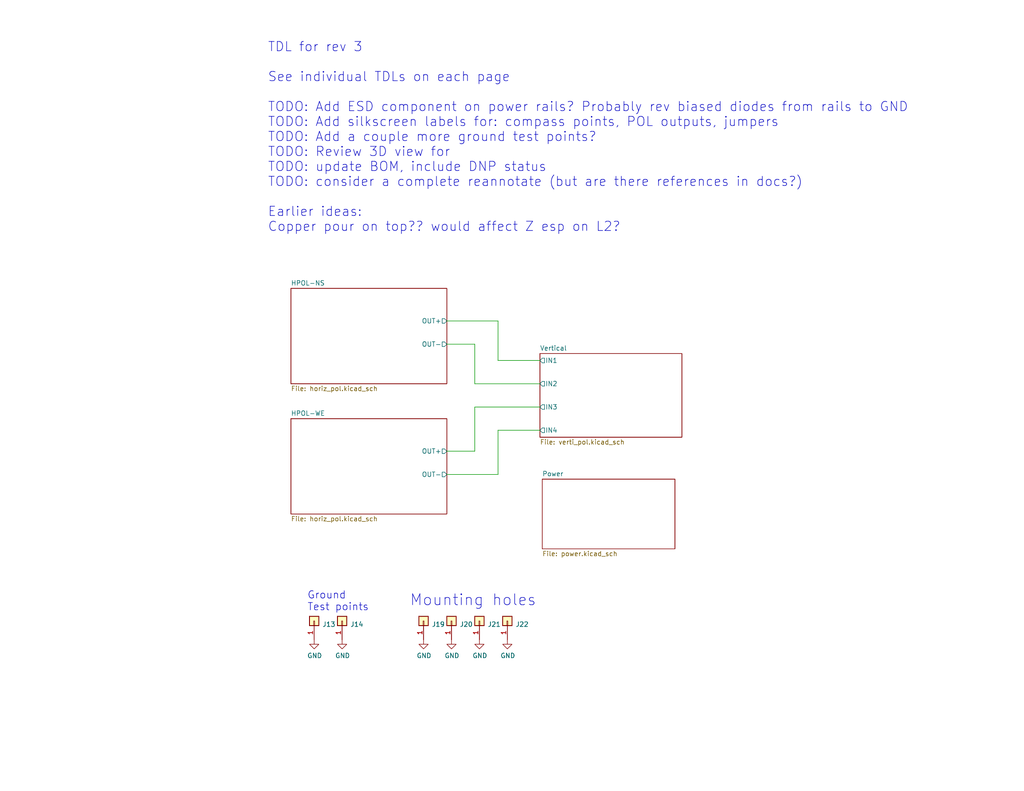
<source format=kicad_sch>
(kicad_sch (version 20230121) (generator eeschema)
  (paper "A")
  (title_block (title "ALBATROS low frequency front end") (date "2023-12-18") (rev "2 as modified") (company "McGill Radio Lab") (comment 1 "McGill University Physics") (comment 2 "Eamon Egan"))
  (lib_symbols
    (symbol "Connector_Generic:Conn_01x01" (pin_names (offset 1.016) hide)
      (property "Reference" "J" (at 0 2.54 0))
      (property "Value" "Conn_01x01" (at 0 -2.54 0))
      (symbol "Conn_01x01_1_1"
        (rectangle (start -1.27 0.127) (end 0 -0.127) (stroke (width 0.1524)))
        (rectangle (start -1.27 1.27) (end 1.27 -1.27) (stroke (width 0.254)) (fill (type background)))
        (pin passive line (at -5.08 0 0) (length 3.81) (name "Pin_1") (number "1"))
      )
    )
    (symbol "power:GND" (power) (pin_names (offset 0))
      (property "Value" "GND" (at 0 -3.81 0))
      (symbol "GND_0_1"
        (polyline (pts (xy 0 0) (xy 0 -1.27) (xy 1.27 -1.27) (xy 0 -2.54) (xy -1.27 -1.27) (xy 0 -1.27)))
      )
      (symbol "GND_1_1"
        (pin power_in line (at 0 0 270) (length 0) hide (name "GND") (number "1"))
      )
    )
  )
  (wire (pts (xy 121.92 93.98) (xy 129.54 93.98)))
  (wire (pts (xy 121.92 129.54) (xy 135.89 129.54)))
  (wire (pts (xy 129.54 93.98) (xy 129.54 104.775)))
  (wire (pts (xy 135.89 117.475) (xy 147.32 117.475)))
  (wire (pts (xy 135.89 98.425) (xy 147.32 98.425)))
  (wire (pts (xy 147.32 111.125) (xy 129.54 111.125)))
  (wire (pts (xy 135.89 87.63) (xy 135.89 98.425)))
  (wire (pts (xy 129.54 123.19) (xy 121.92 123.19)))
  (wire (pts (xy 135.89 129.54) (xy 135.89 117.475)))
  (wire (pts (xy 129.54 111.125) (xy 129.54 123.19)))
  (wire (pts (xy 121.92 87.63) (xy 135.89 87.63)))
  (wire (pts (xy 129.54 104.775) (xy 147.32 104.775)))
  (text "Mounting holes" (at 111.76 165.735 0) (effects (font (size 3 3)) (justify left bottom)))
  (text "TDL for rev 3\n\nSee individual TDLs on each page\n\nTODO: Add ESD component on power rails? Probably rev biased diodes from rails to GND\nTODO: Add silkscreen labels for: compass points, POL outputs, jumpers\nTODO: Add a couple more ground test points?\nTODO: Review 3D view for \nTODO: update BOM, include DNP status\nTODO: consider a complete reannotate (but are there references in docs?)\n\nEarlier ideas:\nCopper pour on top?? would affect Z esp on L2?\n" (at 73.025 63.5 0) (effects (font (size 2.54 2.54)) (justify left bottom)))
  (text "Ground\nTest points" (at 83.82 167.005 0) (effects (font (size 2 2)) (justify left bottom)))
  (symbol (lib_id "power:GND") (at 85.725 174.625 0) (unit 1)
    (property "Reference" "#PWR040" (effects hide))
    (property "Value" "GND" (at 85.852 179.0192 0))
  )
  (symbol (lib_id "Connector_Generic:Conn_01x01") (at 85.725 169.545 90) (unit 1)
    (property "Reference" "J13" (at 87.9602 170.4594 90) (effects (justify right)))
    (property "Value" "Conn_01x01" (effects hide))
    (property "Footprint" "Connector_PinHeader_2.54mm:PinHeader_1x01_P2.54mm_Vertical" (effects hide))
    (property "Flag" "THT" (effects hide))
  )
  (symbol (lib_id "Connector_Generic:Conn_01x01") (at 93.345 169.545 90) (unit 1)
    (property "Reference" "J14" (at 95.5802 170.4594 90) (effects (justify right)))
    (property "Value" "Conn_01x01" (effects hide))
    (property "Footprint" "Connector_PinHeader_2.54mm:PinHeader_1x01_P2.54mm_Vertical" (effects hide))
    (property "Flag" "THT" (effects hide))
  )
  (symbol (lib_id "power:GND") (at 93.345 174.625 0) (unit 1)
    (property "Reference" "#PWR041" (effects hide))
    (property "Value" "GND" (at 93.472 179.0192 0))
  )
  (symbol (lib_id "power:GND") (at 115.57 174.625 0) (unit 1)
    (property "Reference" "#PWR082" (effects hide))
    (property "Value" "GND" (at 115.697 179.0192 0))
  )
  (symbol (lib_id "Connector_Generic:Conn_01x01") (at 115.57 169.545 90) (unit 1) (in_bom no) (on_board no)
    (property "Reference" "J19" (at 117.8052 170.4594 90) (effects (justify right)))
    (property "Value" "Conn_01x01" (effects hide))
    (property "Footprint" "MountingHole:MountingHole_2.7mm_M2.5_Pad" (effects hide))
  )
  (symbol (lib_id "Connector_Generic:Conn_01x01") (at 123.19 169.545 90) (unit 1) (in_bom no) (on_board no)
    (property "Reference" "J20" (at 125.4252 170.4594 90) (effects (justify right)))
    (property "Value" "Conn_01x01" (effects hide))
    (property "Footprint" "MountingHole:MountingHole_2.7mm_M2.5_Pad" (effects hide))
  )
  (symbol (lib_id "power:GND") (at 123.19 174.625 0) (unit 1)
    (property "Reference" "#PWR083" (effects hide))
    (property "Value" "GND" (at 123.317 179.0192 0))
  )
  (symbol (lib_id "power:GND") (at 130.81 174.625 0) (unit 1)
    (property "Reference" "#PWR084" (effects hide))
    (property "Value" "GND" (at 130.937 179.0192 0))
  )
  (symbol (lib_id "Connector_Generic:Conn_01x01") (at 130.81 169.545 90) (unit 1) (in_bom no) (on_board no)
    (property "Reference" "J21" (at 133.0452 170.4594 90) (effects (justify right)))
    (property "Value" "Conn_01x01" (effects hide))
    (property "Footprint" "MountingHole:MountingHole_2.7mm_M2.5_Pad" (effects hide))
  )
  (symbol (lib_id "Connector_Generic:Conn_01x01") (at 138.43 169.545 90) (unit 1) (in_bom no) (on_board no)
    (property "Reference" "J22" (at 140.6652 170.4594 90) (effects (justify right)))
    (property "Value" "Conn_01x01" (effects hide))
    (property "Footprint" "MountingHole:MountingHole_2.7mm_M2.5_Pad" (effects hide))
  )
  (symbol (lib_id "power:GND") (at 138.43 174.625 0) (unit 1)
    (property "Reference" "#PWR085" (effects hide))
    (property "Value" "GND" (at 138.557 179.0192 0))
  )
  (sheet (at 147.955 130.81) (size 36.195 19.05)
    (property "Sheetname" "Power" (at 147.955 130.0984 0) (effects (justify left bottom)))
    (property "Sheetfile" "power.kicad_sch" (at 147.955 150.4446 0) (effects (justify left top)))
  )
  (sheet (at 147.32 96.52) (size 38.735 22.86)
    (property "Sheetname" "Vertical" (at 147.32 95.8084 0) (effects (justify left bottom)))
    (property "Sheetfile" "verti_pol.kicad_sch" (at 147.32 119.9646 0) (effects (justify left top)))
    (pin "IN1" output (at 147.32 98.425 180))
    (pin "IN2" output (at 147.32 104.775 180))
    (pin "IN3" output (at 147.32 111.125 180))
    (pin "IN4" output (at 147.32 117.475 180))
  )
  (sheet (at 79.375 78.74) (size 42.545 26.035)
    (property "Sheetname" "HPOL-NS" (at 79.375 78.0284 0) (effects (justify left bottom)))
    (property "Sheetfile" "horiz_pol.kicad_sch" (at 79.375 105.3596 0) (effects (justify left top)))
    (pin "OUT+" output (at 121.92 87.63 0))
    (pin "OUT-" output (at 121.92 93.98 0))
  )
  (sheet (at 79.375 114.3) (size 42.545 26.035)
    (property "Sheetname" "HPOL-WE" (at 79.375 113.5884 0) (effects (justify left bottom)))
    (property "Sheetfile" "horiz_pol.kicad_sch" (at 79.375 140.9196 0) (effects (justify left top)))
    (pin "OUT+" output (at 121.92 123.19 0))
    (pin "OUT-" output (at 121.92 129.54 0))
  )
)
</source>
